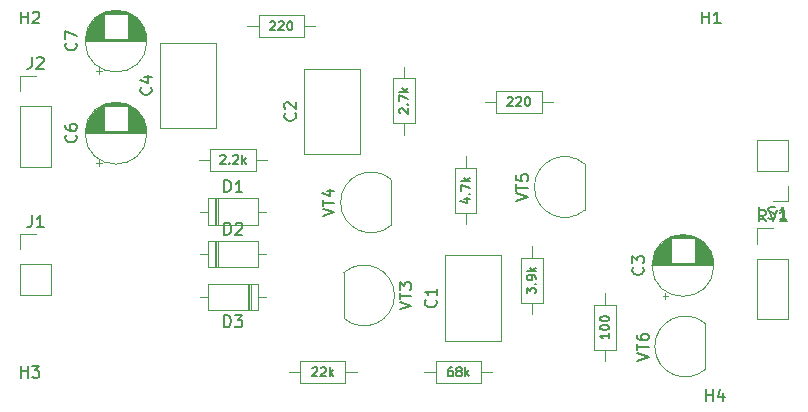
<source format=gbr>
G04 #@! TF.GenerationSoftware,KiCad,Pcbnew,(5.0.0)*
G04 #@! TF.CreationDate,2019-11-29T15:53:21+00:00*
G04 #@! TF.ProjectId,Sound Board,536F756E6420426F6172642E6B696361,rev?*
G04 #@! TF.SameCoordinates,Original*
G04 #@! TF.FileFunction,Legend,Top*
G04 #@! TF.FilePolarity,Positive*
%FSLAX46Y46*%
G04 Gerber Fmt 4.6, Leading zero omitted, Abs format (unit mm)*
G04 Created by KiCad (PCBNEW (5.0.0)) date 11/29/19 15:53:21*
%MOMM*%
%LPD*%
G01*
G04 APERTURE LIST*
%ADD10C,0.120000*%
%ADD11C,0.150000*%
%ADD12C,0.127000*%
G04 APERTURE END LIST*
D10*
G04 #@! TO.C,D1*
X118790000Y-100280000D02*
X118790000Y-102520000D01*
X119030000Y-100280000D02*
X119030000Y-102520000D01*
X118910000Y-100280000D02*
X118910000Y-102520000D01*
X123080000Y-101400000D02*
X122430000Y-101400000D01*
X117540000Y-101400000D02*
X118190000Y-101400000D01*
X122430000Y-100280000D02*
X118190000Y-100280000D01*
X122430000Y-102520000D02*
X122430000Y-100280000D01*
X118190000Y-102520000D02*
X122430000Y-102520000D01*
X118190000Y-100280000D02*
X118190000Y-102520000D01*
G04 #@! TO.C,D2*
X118190000Y-103880000D02*
X118190000Y-106120000D01*
X118190000Y-106120000D02*
X122430000Y-106120000D01*
X122430000Y-106120000D02*
X122430000Y-103880000D01*
X122430000Y-103880000D02*
X118190000Y-103880000D01*
X117540000Y-105000000D02*
X118190000Y-105000000D01*
X123080000Y-105000000D02*
X122430000Y-105000000D01*
X118910000Y-103880000D02*
X118910000Y-106120000D01*
X119030000Y-103880000D02*
X119030000Y-106120000D01*
X118790000Y-103880000D02*
X118790000Y-106120000D01*
G04 #@! TO.C,D3*
X121810000Y-109720000D02*
X121810000Y-107480000D01*
X121570000Y-109720000D02*
X121570000Y-107480000D01*
X121690000Y-109720000D02*
X121690000Y-107480000D01*
X117520000Y-108600000D02*
X118170000Y-108600000D01*
X123060000Y-108600000D02*
X122410000Y-108600000D01*
X118170000Y-109720000D02*
X122410000Y-109720000D01*
X118170000Y-107480000D02*
X118170000Y-109720000D01*
X122410000Y-107480000D02*
X118170000Y-107480000D01*
X122410000Y-109720000D02*
X122410000Y-107480000D01*
G04 #@! TO.C,J1*
X102270000Y-103270000D02*
X103600000Y-103270000D01*
X102270000Y-104600000D02*
X102270000Y-103270000D01*
X102270000Y-105870000D02*
X104930000Y-105870000D01*
X104930000Y-105870000D02*
X104930000Y-108470000D01*
X102270000Y-105870000D02*
X102270000Y-108470000D01*
X102270000Y-108470000D02*
X104930000Y-108470000D01*
G04 #@! TO.C,LS1*
X167330000Y-95330000D02*
X164670000Y-95330000D01*
X167330000Y-97930000D02*
X167330000Y-95330000D01*
X164670000Y-97930000D02*
X164670000Y-95330000D01*
X167330000Y-97930000D02*
X164670000Y-97930000D01*
X167330000Y-99200000D02*
X167330000Y-100530000D01*
X167330000Y-100530000D02*
X166000000Y-100530000D01*
G04 #@! TO.C,R10*
X118390000Y-96080000D02*
X118390000Y-97920000D01*
X118390000Y-97920000D02*
X122230000Y-97920000D01*
X122230000Y-97920000D02*
X122230000Y-96080000D01*
X122230000Y-96080000D02*
X118390000Y-96080000D01*
X117440000Y-97000000D02*
X118390000Y-97000000D01*
X123180000Y-97000000D02*
X122230000Y-97000000D01*
G04 #@! TO.C,R11*
X130780000Y-115000000D02*
X129830000Y-115000000D01*
X125040000Y-115000000D02*
X125990000Y-115000000D01*
X129830000Y-114080000D02*
X125990000Y-114080000D01*
X129830000Y-115920000D02*
X129830000Y-114080000D01*
X125990000Y-115920000D02*
X129830000Y-115920000D01*
X125990000Y-114080000D02*
X125990000Y-115920000D01*
G04 #@! TO.C,R12*
X140000000Y-96720000D02*
X140000000Y-97670000D01*
X140000000Y-102460000D02*
X140000000Y-101510000D01*
X139080000Y-97670000D02*
X139080000Y-101510000D01*
X140920000Y-97670000D02*
X139080000Y-97670000D01*
X140920000Y-101510000D02*
X140920000Y-97670000D01*
X139080000Y-101510000D02*
X140920000Y-101510000D01*
G04 #@! TO.C,R13*
X146520000Y-105290000D02*
X144680000Y-105290000D01*
X144680000Y-105290000D02*
X144680000Y-109130000D01*
X144680000Y-109130000D02*
X146520000Y-109130000D01*
X146520000Y-109130000D02*
X146520000Y-105290000D01*
X145600000Y-104340000D02*
X145600000Y-105290000D01*
X145600000Y-110080000D02*
X145600000Y-109130000D01*
G04 #@! TO.C,R14*
X136520000Y-115000000D02*
X137470000Y-115000000D01*
X142260000Y-115000000D02*
X141310000Y-115000000D01*
X137470000Y-115920000D02*
X141310000Y-115920000D01*
X137470000Y-114080000D02*
X137470000Y-115920000D01*
X141310000Y-114080000D02*
X137470000Y-114080000D01*
X141310000Y-115920000D02*
X141310000Y-114080000D01*
G04 #@! TO.C,R15*
X135720000Y-90090000D02*
X133880000Y-90090000D01*
X133880000Y-90090000D02*
X133880000Y-93930000D01*
X133880000Y-93930000D02*
X135720000Y-93930000D01*
X135720000Y-93930000D02*
X135720000Y-90090000D01*
X134800000Y-89140000D02*
X134800000Y-90090000D01*
X134800000Y-94880000D02*
X134800000Y-93930000D01*
G04 #@! TO.C,R16*
X142590000Y-91180000D02*
X142590000Y-93020000D01*
X142590000Y-93020000D02*
X146430000Y-93020000D01*
X146430000Y-93020000D02*
X146430000Y-91180000D01*
X146430000Y-91180000D02*
X142590000Y-91180000D01*
X141640000Y-92100000D02*
X142590000Y-92100000D01*
X147380000Y-92100000D02*
X146430000Y-92100000D01*
G04 #@! TO.C,R17*
X121520000Y-85700000D02*
X122470000Y-85700000D01*
X127260000Y-85700000D02*
X126310000Y-85700000D01*
X122470000Y-86620000D02*
X126310000Y-86620000D01*
X122470000Y-84780000D02*
X122470000Y-86620000D01*
X126310000Y-84780000D02*
X122470000Y-84780000D01*
X126310000Y-86620000D02*
X126310000Y-84780000D01*
G04 #@! TO.C,R18*
X151800000Y-108320000D02*
X151800000Y-109270000D01*
X151800000Y-114060000D02*
X151800000Y-113110000D01*
X150880000Y-109270000D02*
X150880000Y-113110000D01*
X152720000Y-109270000D02*
X150880000Y-109270000D01*
X152720000Y-113110000D02*
X152720000Y-109270000D01*
X150880000Y-113110000D02*
X152720000Y-113110000D01*
G04 #@! TO.C,VT3*
X129700000Y-106550000D02*
X129700000Y-110400000D01*
X129709878Y-110438611D02*
G75*
G03X129700000Y-106550000I1690122J1948611D01*
G01*
G04 #@! TO.C,VT4*
X133700000Y-102550000D02*
X133700000Y-98700000D01*
X133690122Y-98661389D02*
G75*
G03X133700000Y-102550000I-1690122J-1948611D01*
G01*
G04 #@! TO.C,VT5*
X150090122Y-97361389D02*
G75*
G03X150100000Y-101250000I-1690122J-1948611D01*
G01*
X150100000Y-101250000D02*
X150100000Y-97400000D01*
G04 #@! TO.C,VT6*
X160290122Y-110861389D02*
G75*
G03X160300000Y-114750000I-1690122J-1948611D01*
G01*
X160300000Y-114750000D02*
X160300000Y-110900000D01*
G04 #@! TO.C,C1*
X138230000Y-112320000D02*
X138230000Y-105080000D01*
X142970000Y-112320000D02*
X142970000Y-105080000D01*
X138230000Y-112320000D02*
X142970000Y-112320000D01*
X138230000Y-105080000D02*
X142970000Y-105080000D01*
G04 #@! TO.C,C2*
X126330000Y-89280000D02*
X131070000Y-89280000D01*
X126330000Y-96520000D02*
X131070000Y-96520000D01*
X131070000Y-96520000D02*
X131070000Y-89280000D01*
X126330000Y-96520000D02*
X126330000Y-89280000D01*
G04 #@! TO.C,C3*
X161020000Y-105950000D02*
G75*
G03X161020000Y-105950000I-2620000J0D01*
G01*
X155820000Y-105950000D02*
X160980000Y-105950000D01*
X155820000Y-105910000D02*
X160980000Y-105910000D01*
X155821000Y-105870000D02*
X160979000Y-105870000D01*
X155822000Y-105830000D02*
X160978000Y-105830000D01*
X155824000Y-105790000D02*
X160976000Y-105790000D01*
X155827000Y-105750000D02*
X160973000Y-105750000D01*
X155831000Y-105710000D02*
X157360000Y-105710000D01*
X159440000Y-105710000D02*
X160969000Y-105710000D01*
X155835000Y-105670000D02*
X157360000Y-105670000D01*
X159440000Y-105670000D02*
X160965000Y-105670000D01*
X155839000Y-105630000D02*
X157360000Y-105630000D01*
X159440000Y-105630000D02*
X160961000Y-105630000D01*
X155844000Y-105590000D02*
X157360000Y-105590000D01*
X159440000Y-105590000D02*
X160956000Y-105590000D01*
X155850000Y-105550000D02*
X157360000Y-105550000D01*
X159440000Y-105550000D02*
X160950000Y-105550000D01*
X155857000Y-105510000D02*
X157360000Y-105510000D01*
X159440000Y-105510000D02*
X160943000Y-105510000D01*
X155864000Y-105470000D02*
X157360000Y-105470000D01*
X159440000Y-105470000D02*
X160936000Y-105470000D01*
X155872000Y-105430000D02*
X157360000Y-105430000D01*
X159440000Y-105430000D02*
X160928000Y-105430000D01*
X155880000Y-105390000D02*
X157360000Y-105390000D01*
X159440000Y-105390000D02*
X160920000Y-105390000D01*
X155889000Y-105350000D02*
X157360000Y-105350000D01*
X159440000Y-105350000D02*
X160911000Y-105350000D01*
X155899000Y-105310000D02*
X157360000Y-105310000D01*
X159440000Y-105310000D02*
X160901000Y-105310000D01*
X155909000Y-105270000D02*
X157360000Y-105270000D01*
X159440000Y-105270000D02*
X160891000Y-105270000D01*
X155920000Y-105229000D02*
X157360000Y-105229000D01*
X159440000Y-105229000D02*
X160880000Y-105229000D01*
X155932000Y-105189000D02*
X157360000Y-105189000D01*
X159440000Y-105189000D02*
X160868000Y-105189000D01*
X155945000Y-105149000D02*
X157360000Y-105149000D01*
X159440000Y-105149000D02*
X160855000Y-105149000D01*
X155958000Y-105109000D02*
X157360000Y-105109000D01*
X159440000Y-105109000D02*
X160842000Y-105109000D01*
X155972000Y-105069000D02*
X157360000Y-105069000D01*
X159440000Y-105069000D02*
X160828000Y-105069000D01*
X155986000Y-105029000D02*
X157360000Y-105029000D01*
X159440000Y-105029000D02*
X160814000Y-105029000D01*
X156002000Y-104989000D02*
X157360000Y-104989000D01*
X159440000Y-104989000D02*
X160798000Y-104989000D01*
X156018000Y-104949000D02*
X157360000Y-104949000D01*
X159440000Y-104949000D02*
X160782000Y-104949000D01*
X156035000Y-104909000D02*
X157360000Y-104909000D01*
X159440000Y-104909000D02*
X160765000Y-104909000D01*
X156052000Y-104869000D02*
X157360000Y-104869000D01*
X159440000Y-104869000D02*
X160748000Y-104869000D01*
X156071000Y-104829000D02*
X157360000Y-104829000D01*
X159440000Y-104829000D02*
X160729000Y-104829000D01*
X156090000Y-104789000D02*
X157360000Y-104789000D01*
X159440000Y-104789000D02*
X160710000Y-104789000D01*
X156110000Y-104749000D02*
X157360000Y-104749000D01*
X159440000Y-104749000D02*
X160690000Y-104749000D01*
X156132000Y-104709000D02*
X157360000Y-104709000D01*
X159440000Y-104709000D02*
X160668000Y-104709000D01*
X156153000Y-104669000D02*
X157360000Y-104669000D01*
X159440000Y-104669000D02*
X160647000Y-104669000D01*
X156176000Y-104629000D02*
X157360000Y-104629000D01*
X159440000Y-104629000D02*
X160624000Y-104629000D01*
X156200000Y-104589000D02*
X157360000Y-104589000D01*
X159440000Y-104589000D02*
X160600000Y-104589000D01*
X156225000Y-104549000D02*
X157360000Y-104549000D01*
X159440000Y-104549000D02*
X160575000Y-104549000D01*
X156251000Y-104509000D02*
X157360000Y-104509000D01*
X159440000Y-104509000D02*
X160549000Y-104509000D01*
X156278000Y-104469000D02*
X157360000Y-104469000D01*
X159440000Y-104469000D02*
X160522000Y-104469000D01*
X156305000Y-104429000D02*
X157360000Y-104429000D01*
X159440000Y-104429000D02*
X160495000Y-104429000D01*
X156335000Y-104389000D02*
X157360000Y-104389000D01*
X159440000Y-104389000D02*
X160465000Y-104389000D01*
X156365000Y-104349000D02*
X157360000Y-104349000D01*
X159440000Y-104349000D02*
X160435000Y-104349000D01*
X156396000Y-104309000D02*
X157360000Y-104309000D01*
X159440000Y-104309000D02*
X160404000Y-104309000D01*
X156429000Y-104269000D02*
X157360000Y-104269000D01*
X159440000Y-104269000D02*
X160371000Y-104269000D01*
X156463000Y-104229000D02*
X157360000Y-104229000D01*
X159440000Y-104229000D02*
X160337000Y-104229000D01*
X156499000Y-104189000D02*
X157360000Y-104189000D01*
X159440000Y-104189000D02*
X160301000Y-104189000D01*
X156536000Y-104149000D02*
X157360000Y-104149000D01*
X159440000Y-104149000D02*
X160264000Y-104149000D01*
X156574000Y-104109000D02*
X157360000Y-104109000D01*
X159440000Y-104109000D02*
X160226000Y-104109000D01*
X156615000Y-104069000D02*
X157360000Y-104069000D01*
X159440000Y-104069000D02*
X160185000Y-104069000D01*
X156657000Y-104029000D02*
X157360000Y-104029000D01*
X159440000Y-104029000D02*
X160143000Y-104029000D01*
X156701000Y-103989000D02*
X157360000Y-103989000D01*
X159440000Y-103989000D02*
X160099000Y-103989000D01*
X156747000Y-103949000D02*
X157360000Y-103949000D01*
X159440000Y-103949000D02*
X160053000Y-103949000D01*
X156795000Y-103909000D02*
X157360000Y-103909000D01*
X159440000Y-103909000D02*
X160005000Y-103909000D01*
X156846000Y-103869000D02*
X157360000Y-103869000D01*
X159440000Y-103869000D02*
X159954000Y-103869000D01*
X156900000Y-103829000D02*
X157360000Y-103829000D01*
X159440000Y-103829000D02*
X159900000Y-103829000D01*
X156957000Y-103789000D02*
X157360000Y-103789000D01*
X159440000Y-103789000D02*
X159843000Y-103789000D01*
X157017000Y-103749000D02*
X157360000Y-103749000D01*
X159440000Y-103749000D02*
X159783000Y-103749000D01*
X157081000Y-103709000D02*
X157360000Y-103709000D01*
X159440000Y-103709000D02*
X159719000Y-103709000D01*
X157149000Y-103669000D02*
X157360000Y-103669000D01*
X159440000Y-103669000D02*
X159651000Y-103669000D01*
X157222000Y-103629000D02*
X159578000Y-103629000D01*
X157302000Y-103589000D02*
X159498000Y-103589000D01*
X157389000Y-103549000D02*
X159411000Y-103549000D01*
X157485000Y-103509000D02*
X159315000Y-103509000D01*
X157595000Y-103469000D02*
X159205000Y-103469000D01*
X157723000Y-103429000D02*
X159077000Y-103429000D01*
X157882000Y-103389000D02*
X158918000Y-103389000D01*
X158116000Y-103349000D02*
X158684000Y-103349000D01*
X156925000Y-108754775D02*
X156925000Y-108254775D01*
X156675000Y-108504775D02*
X157175000Y-108504775D01*
G04 #@! TO.C,C4*
X114130000Y-94320000D02*
X114130000Y-87080000D01*
X118870000Y-94320000D02*
X118870000Y-87080000D01*
X114130000Y-94320000D02*
X118870000Y-94320000D01*
X114130000Y-87080000D02*
X118870000Y-87080000D01*
G04 #@! TO.C,J2*
X102270000Y-89870000D02*
X103600000Y-89870000D01*
X102270000Y-91200000D02*
X102270000Y-89870000D01*
X102270000Y-92470000D02*
X104930000Y-92470000D01*
X104930000Y-92470000D02*
X104930000Y-97610000D01*
X102270000Y-92470000D02*
X102270000Y-97610000D01*
X102270000Y-97610000D02*
X104930000Y-97610000D01*
G04 #@! TO.C,RV1*
X164670000Y-110510000D02*
X167330000Y-110510000D01*
X164670000Y-105370000D02*
X164670000Y-110510000D01*
X167330000Y-105370000D02*
X167330000Y-110510000D01*
X164670000Y-105370000D02*
X167330000Y-105370000D01*
X164670000Y-104100000D02*
X164670000Y-102770000D01*
X164670000Y-102770000D02*
X166000000Y-102770000D01*
G04 #@! TO.C,C6*
X108675000Y-97304775D02*
X109175000Y-97304775D01*
X108925000Y-97554775D02*
X108925000Y-97054775D01*
X110116000Y-92149000D02*
X110684000Y-92149000D01*
X109882000Y-92189000D02*
X110918000Y-92189000D01*
X109723000Y-92229000D02*
X111077000Y-92229000D01*
X109595000Y-92269000D02*
X111205000Y-92269000D01*
X109485000Y-92309000D02*
X111315000Y-92309000D01*
X109389000Y-92349000D02*
X111411000Y-92349000D01*
X109302000Y-92389000D02*
X111498000Y-92389000D01*
X109222000Y-92429000D02*
X111578000Y-92429000D01*
X111440000Y-92469000D02*
X111651000Y-92469000D01*
X109149000Y-92469000D02*
X109360000Y-92469000D01*
X111440000Y-92509000D02*
X111719000Y-92509000D01*
X109081000Y-92509000D02*
X109360000Y-92509000D01*
X111440000Y-92549000D02*
X111783000Y-92549000D01*
X109017000Y-92549000D02*
X109360000Y-92549000D01*
X111440000Y-92589000D02*
X111843000Y-92589000D01*
X108957000Y-92589000D02*
X109360000Y-92589000D01*
X111440000Y-92629000D02*
X111900000Y-92629000D01*
X108900000Y-92629000D02*
X109360000Y-92629000D01*
X111440000Y-92669000D02*
X111954000Y-92669000D01*
X108846000Y-92669000D02*
X109360000Y-92669000D01*
X111440000Y-92709000D02*
X112005000Y-92709000D01*
X108795000Y-92709000D02*
X109360000Y-92709000D01*
X111440000Y-92749000D02*
X112053000Y-92749000D01*
X108747000Y-92749000D02*
X109360000Y-92749000D01*
X111440000Y-92789000D02*
X112099000Y-92789000D01*
X108701000Y-92789000D02*
X109360000Y-92789000D01*
X111440000Y-92829000D02*
X112143000Y-92829000D01*
X108657000Y-92829000D02*
X109360000Y-92829000D01*
X111440000Y-92869000D02*
X112185000Y-92869000D01*
X108615000Y-92869000D02*
X109360000Y-92869000D01*
X111440000Y-92909000D02*
X112226000Y-92909000D01*
X108574000Y-92909000D02*
X109360000Y-92909000D01*
X111440000Y-92949000D02*
X112264000Y-92949000D01*
X108536000Y-92949000D02*
X109360000Y-92949000D01*
X111440000Y-92989000D02*
X112301000Y-92989000D01*
X108499000Y-92989000D02*
X109360000Y-92989000D01*
X111440000Y-93029000D02*
X112337000Y-93029000D01*
X108463000Y-93029000D02*
X109360000Y-93029000D01*
X111440000Y-93069000D02*
X112371000Y-93069000D01*
X108429000Y-93069000D02*
X109360000Y-93069000D01*
X111440000Y-93109000D02*
X112404000Y-93109000D01*
X108396000Y-93109000D02*
X109360000Y-93109000D01*
X111440000Y-93149000D02*
X112435000Y-93149000D01*
X108365000Y-93149000D02*
X109360000Y-93149000D01*
X111440000Y-93189000D02*
X112465000Y-93189000D01*
X108335000Y-93189000D02*
X109360000Y-93189000D01*
X111440000Y-93229000D02*
X112495000Y-93229000D01*
X108305000Y-93229000D02*
X109360000Y-93229000D01*
X111440000Y-93269000D02*
X112522000Y-93269000D01*
X108278000Y-93269000D02*
X109360000Y-93269000D01*
X111440000Y-93309000D02*
X112549000Y-93309000D01*
X108251000Y-93309000D02*
X109360000Y-93309000D01*
X111440000Y-93349000D02*
X112575000Y-93349000D01*
X108225000Y-93349000D02*
X109360000Y-93349000D01*
X111440000Y-93389000D02*
X112600000Y-93389000D01*
X108200000Y-93389000D02*
X109360000Y-93389000D01*
X111440000Y-93429000D02*
X112624000Y-93429000D01*
X108176000Y-93429000D02*
X109360000Y-93429000D01*
X111440000Y-93469000D02*
X112647000Y-93469000D01*
X108153000Y-93469000D02*
X109360000Y-93469000D01*
X111440000Y-93509000D02*
X112668000Y-93509000D01*
X108132000Y-93509000D02*
X109360000Y-93509000D01*
X111440000Y-93549000D02*
X112690000Y-93549000D01*
X108110000Y-93549000D02*
X109360000Y-93549000D01*
X111440000Y-93589000D02*
X112710000Y-93589000D01*
X108090000Y-93589000D02*
X109360000Y-93589000D01*
X111440000Y-93629000D02*
X112729000Y-93629000D01*
X108071000Y-93629000D02*
X109360000Y-93629000D01*
X111440000Y-93669000D02*
X112748000Y-93669000D01*
X108052000Y-93669000D02*
X109360000Y-93669000D01*
X111440000Y-93709000D02*
X112765000Y-93709000D01*
X108035000Y-93709000D02*
X109360000Y-93709000D01*
X111440000Y-93749000D02*
X112782000Y-93749000D01*
X108018000Y-93749000D02*
X109360000Y-93749000D01*
X111440000Y-93789000D02*
X112798000Y-93789000D01*
X108002000Y-93789000D02*
X109360000Y-93789000D01*
X111440000Y-93829000D02*
X112814000Y-93829000D01*
X107986000Y-93829000D02*
X109360000Y-93829000D01*
X111440000Y-93869000D02*
X112828000Y-93869000D01*
X107972000Y-93869000D02*
X109360000Y-93869000D01*
X111440000Y-93909000D02*
X112842000Y-93909000D01*
X107958000Y-93909000D02*
X109360000Y-93909000D01*
X111440000Y-93949000D02*
X112855000Y-93949000D01*
X107945000Y-93949000D02*
X109360000Y-93949000D01*
X111440000Y-93989000D02*
X112868000Y-93989000D01*
X107932000Y-93989000D02*
X109360000Y-93989000D01*
X111440000Y-94029000D02*
X112880000Y-94029000D01*
X107920000Y-94029000D02*
X109360000Y-94029000D01*
X111440000Y-94070000D02*
X112891000Y-94070000D01*
X107909000Y-94070000D02*
X109360000Y-94070000D01*
X111440000Y-94110000D02*
X112901000Y-94110000D01*
X107899000Y-94110000D02*
X109360000Y-94110000D01*
X111440000Y-94150000D02*
X112911000Y-94150000D01*
X107889000Y-94150000D02*
X109360000Y-94150000D01*
X111440000Y-94190000D02*
X112920000Y-94190000D01*
X107880000Y-94190000D02*
X109360000Y-94190000D01*
X111440000Y-94230000D02*
X112928000Y-94230000D01*
X107872000Y-94230000D02*
X109360000Y-94230000D01*
X111440000Y-94270000D02*
X112936000Y-94270000D01*
X107864000Y-94270000D02*
X109360000Y-94270000D01*
X111440000Y-94310000D02*
X112943000Y-94310000D01*
X107857000Y-94310000D02*
X109360000Y-94310000D01*
X111440000Y-94350000D02*
X112950000Y-94350000D01*
X107850000Y-94350000D02*
X109360000Y-94350000D01*
X111440000Y-94390000D02*
X112956000Y-94390000D01*
X107844000Y-94390000D02*
X109360000Y-94390000D01*
X111440000Y-94430000D02*
X112961000Y-94430000D01*
X107839000Y-94430000D02*
X109360000Y-94430000D01*
X111440000Y-94470000D02*
X112965000Y-94470000D01*
X107835000Y-94470000D02*
X109360000Y-94470000D01*
X111440000Y-94510000D02*
X112969000Y-94510000D01*
X107831000Y-94510000D02*
X109360000Y-94510000D01*
X107827000Y-94550000D02*
X112973000Y-94550000D01*
X107824000Y-94590000D02*
X112976000Y-94590000D01*
X107822000Y-94630000D02*
X112978000Y-94630000D01*
X107821000Y-94670000D02*
X112979000Y-94670000D01*
X107820000Y-94710000D02*
X112980000Y-94710000D01*
X107820000Y-94750000D02*
X112980000Y-94750000D01*
X113020000Y-94750000D02*
G75*
G03X113020000Y-94750000I-2620000J0D01*
G01*
G04 #@! TO.C,C7*
X113020000Y-86950000D02*
G75*
G03X113020000Y-86950000I-2620000J0D01*
G01*
X107820000Y-86950000D02*
X112980000Y-86950000D01*
X107820000Y-86910000D02*
X112980000Y-86910000D01*
X107821000Y-86870000D02*
X112979000Y-86870000D01*
X107822000Y-86830000D02*
X112978000Y-86830000D01*
X107824000Y-86790000D02*
X112976000Y-86790000D01*
X107827000Y-86750000D02*
X112973000Y-86750000D01*
X107831000Y-86710000D02*
X109360000Y-86710000D01*
X111440000Y-86710000D02*
X112969000Y-86710000D01*
X107835000Y-86670000D02*
X109360000Y-86670000D01*
X111440000Y-86670000D02*
X112965000Y-86670000D01*
X107839000Y-86630000D02*
X109360000Y-86630000D01*
X111440000Y-86630000D02*
X112961000Y-86630000D01*
X107844000Y-86590000D02*
X109360000Y-86590000D01*
X111440000Y-86590000D02*
X112956000Y-86590000D01*
X107850000Y-86550000D02*
X109360000Y-86550000D01*
X111440000Y-86550000D02*
X112950000Y-86550000D01*
X107857000Y-86510000D02*
X109360000Y-86510000D01*
X111440000Y-86510000D02*
X112943000Y-86510000D01*
X107864000Y-86470000D02*
X109360000Y-86470000D01*
X111440000Y-86470000D02*
X112936000Y-86470000D01*
X107872000Y-86430000D02*
X109360000Y-86430000D01*
X111440000Y-86430000D02*
X112928000Y-86430000D01*
X107880000Y-86390000D02*
X109360000Y-86390000D01*
X111440000Y-86390000D02*
X112920000Y-86390000D01*
X107889000Y-86350000D02*
X109360000Y-86350000D01*
X111440000Y-86350000D02*
X112911000Y-86350000D01*
X107899000Y-86310000D02*
X109360000Y-86310000D01*
X111440000Y-86310000D02*
X112901000Y-86310000D01*
X107909000Y-86270000D02*
X109360000Y-86270000D01*
X111440000Y-86270000D02*
X112891000Y-86270000D01*
X107920000Y-86229000D02*
X109360000Y-86229000D01*
X111440000Y-86229000D02*
X112880000Y-86229000D01*
X107932000Y-86189000D02*
X109360000Y-86189000D01*
X111440000Y-86189000D02*
X112868000Y-86189000D01*
X107945000Y-86149000D02*
X109360000Y-86149000D01*
X111440000Y-86149000D02*
X112855000Y-86149000D01*
X107958000Y-86109000D02*
X109360000Y-86109000D01*
X111440000Y-86109000D02*
X112842000Y-86109000D01*
X107972000Y-86069000D02*
X109360000Y-86069000D01*
X111440000Y-86069000D02*
X112828000Y-86069000D01*
X107986000Y-86029000D02*
X109360000Y-86029000D01*
X111440000Y-86029000D02*
X112814000Y-86029000D01*
X108002000Y-85989000D02*
X109360000Y-85989000D01*
X111440000Y-85989000D02*
X112798000Y-85989000D01*
X108018000Y-85949000D02*
X109360000Y-85949000D01*
X111440000Y-85949000D02*
X112782000Y-85949000D01*
X108035000Y-85909000D02*
X109360000Y-85909000D01*
X111440000Y-85909000D02*
X112765000Y-85909000D01*
X108052000Y-85869000D02*
X109360000Y-85869000D01*
X111440000Y-85869000D02*
X112748000Y-85869000D01*
X108071000Y-85829000D02*
X109360000Y-85829000D01*
X111440000Y-85829000D02*
X112729000Y-85829000D01*
X108090000Y-85789000D02*
X109360000Y-85789000D01*
X111440000Y-85789000D02*
X112710000Y-85789000D01*
X108110000Y-85749000D02*
X109360000Y-85749000D01*
X111440000Y-85749000D02*
X112690000Y-85749000D01*
X108132000Y-85709000D02*
X109360000Y-85709000D01*
X111440000Y-85709000D02*
X112668000Y-85709000D01*
X108153000Y-85669000D02*
X109360000Y-85669000D01*
X111440000Y-85669000D02*
X112647000Y-85669000D01*
X108176000Y-85629000D02*
X109360000Y-85629000D01*
X111440000Y-85629000D02*
X112624000Y-85629000D01*
X108200000Y-85589000D02*
X109360000Y-85589000D01*
X111440000Y-85589000D02*
X112600000Y-85589000D01*
X108225000Y-85549000D02*
X109360000Y-85549000D01*
X111440000Y-85549000D02*
X112575000Y-85549000D01*
X108251000Y-85509000D02*
X109360000Y-85509000D01*
X111440000Y-85509000D02*
X112549000Y-85509000D01*
X108278000Y-85469000D02*
X109360000Y-85469000D01*
X111440000Y-85469000D02*
X112522000Y-85469000D01*
X108305000Y-85429000D02*
X109360000Y-85429000D01*
X111440000Y-85429000D02*
X112495000Y-85429000D01*
X108335000Y-85389000D02*
X109360000Y-85389000D01*
X111440000Y-85389000D02*
X112465000Y-85389000D01*
X108365000Y-85349000D02*
X109360000Y-85349000D01*
X111440000Y-85349000D02*
X112435000Y-85349000D01*
X108396000Y-85309000D02*
X109360000Y-85309000D01*
X111440000Y-85309000D02*
X112404000Y-85309000D01*
X108429000Y-85269000D02*
X109360000Y-85269000D01*
X111440000Y-85269000D02*
X112371000Y-85269000D01*
X108463000Y-85229000D02*
X109360000Y-85229000D01*
X111440000Y-85229000D02*
X112337000Y-85229000D01*
X108499000Y-85189000D02*
X109360000Y-85189000D01*
X111440000Y-85189000D02*
X112301000Y-85189000D01*
X108536000Y-85149000D02*
X109360000Y-85149000D01*
X111440000Y-85149000D02*
X112264000Y-85149000D01*
X108574000Y-85109000D02*
X109360000Y-85109000D01*
X111440000Y-85109000D02*
X112226000Y-85109000D01*
X108615000Y-85069000D02*
X109360000Y-85069000D01*
X111440000Y-85069000D02*
X112185000Y-85069000D01*
X108657000Y-85029000D02*
X109360000Y-85029000D01*
X111440000Y-85029000D02*
X112143000Y-85029000D01*
X108701000Y-84989000D02*
X109360000Y-84989000D01*
X111440000Y-84989000D02*
X112099000Y-84989000D01*
X108747000Y-84949000D02*
X109360000Y-84949000D01*
X111440000Y-84949000D02*
X112053000Y-84949000D01*
X108795000Y-84909000D02*
X109360000Y-84909000D01*
X111440000Y-84909000D02*
X112005000Y-84909000D01*
X108846000Y-84869000D02*
X109360000Y-84869000D01*
X111440000Y-84869000D02*
X111954000Y-84869000D01*
X108900000Y-84829000D02*
X109360000Y-84829000D01*
X111440000Y-84829000D02*
X111900000Y-84829000D01*
X108957000Y-84789000D02*
X109360000Y-84789000D01*
X111440000Y-84789000D02*
X111843000Y-84789000D01*
X109017000Y-84749000D02*
X109360000Y-84749000D01*
X111440000Y-84749000D02*
X111783000Y-84749000D01*
X109081000Y-84709000D02*
X109360000Y-84709000D01*
X111440000Y-84709000D02*
X111719000Y-84709000D01*
X109149000Y-84669000D02*
X109360000Y-84669000D01*
X111440000Y-84669000D02*
X111651000Y-84669000D01*
X109222000Y-84629000D02*
X111578000Y-84629000D01*
X109302000Y-84589000D02*
X111498000Y-84589000D01*
X109389000Y-84549000D02*
X111411000Y-84549000D01*
X109485000Y-84509000D02*
X111315000Y-84509000D01*
X109595000Y-84469000D02*
X111205000Y-84469000D01*
X109723000Y-84429000D02*
X111077000Y-84429000D01*
X109882000Y-84389000D02*
X110918000Y-84389000D01*
X110116000Y-84349000D02*
X110684000Y-84349000D01*
X108925000Y-89754775D02*
X108925000Y-89254775D01*
X108675000Y-89504775D02*
X109175000Y-89504775D01*
G04 #@! TO.C,H1*
D11*
X160038095Y-85452380D02*
X160038095Y-84452380D01*
X160038095Y-84928571D02*
X160609523Y-84928571D01*
X160609523Y-85452380D02*
X160609523Y-84452380D01*
X161609523Y-85452380D02*
X161038095Y-85452380D01*
X161323809Y-85452380D02*
X161323809Y-84452380D01*
X161228571Y-84595238D01*
X161133333Y-84690476D01*
X161038095Y-84738095D01*
G04 #@! TO.C,H2*
X102338095Y-85452380D02*
X102338095Y-84452380D01*
X102338095Y-84928571D02*
X102909523Y-84928571D01*
X102909523Y-85452380D02*
X102909523Y-84452380D01*
X103338095Y-84547619D02*
X103385714Y-84500000D01*
X103480952Y-84452380D01*
X103719047Y-84452380D01*
X103814285Y-84500000D01*
X103861904Y-84547619D01*
X103909523Y-84642857D01*
X103909523Y-84738095D01*
X103861904Y-84880952D01*
X103290476Y-85452380D01*
X103909523Y-85452380D01*
G04 #@! TO.C,H3*
X102338095Y-115452380D02*
X102338095Y-114452380D01*
X102338095Y-114928571D02*
X102909523Y-114928571D01*
X102909523Y-115452380D02*
X102909523Y-114452380D01*
X103290476Y-114452380D02*
X103909523Y-114452380D01*
X103576190Y-114833333D01*
X103719047Y-114833333D01*
X103814285Y-114880952D01*
X103861904Y-114928571D01*
X103909523Y-115023809D01*
X103909523Y-115261904D01*
X103861904Y-115357142D01*
X103814285Y-115404761D01*
X103719047Y-115452380D01*
X103433333Y-115452380D01*
X103338095Y-115404761D01*
X103290476Y-115357142D01*
G04 #@! TO.C,H4*
X160338095Y-117452380D02*
X160338095Y-116452380D01*
X160338095Y-116928571D02*
X160909523Y-116928571D01*
X160909523Y-117452380D02*
X160909523Y-116452380D01*
X161814285Y-116785714D02*
X161814285Y-117452380D01*
X161576190Y-116404761D02*
X161338095Y-117119047D01*
X161957142Y-117119047D01*
G04 #@! TO.C,D1*
X119571904Y-99732380D02*
X119571904Y-98732380D01*
X119810000Y-98732380D01*
X119952857Y-98780000D01*
X120048095Y-98875238D01*
X120095714Y-98970476D01*
X120143333Y-99160952D01*
X120143333Y-99303809D01*
X120095714Y-99494285D01*
X120048095Y-99589523D01*
X119952857Y-99684761D01*
X119810000Y-99732380D01*
X119571904Y-99732380D01*
X121095714Y-99732380D02*
X120524285Y-99732380D01*
X120810000Y-99732380D02*
X120810000Y-98732380D01*
X120714761Y-98875238D01*
X120619523Y-98970476D01*
X120524285Y-99018095D01*
G04 #@! TO.C,D2*
X119571904Y-103332380D02*
X119571904Y-102332380D01*
X119810000Y-102332380D01*
X119952857Y-102380000D01*
X120048095Y-102475238D01*
X120095714Y-102570476D01*
X120143333Y-102760952D01*
X120143333Y-102903809D01*
X120095714Y-103094285D01*
X120048095Y-103189523D01*
X119952857Y-103284761D01*
X119810000Y-103332380D01*
X119571904Y-103332380D01*
X120524285Y-102427619D02*
X120571904Y-102380000D01*
X120667142Y-102332380D01*
X120905238Y-102332380D01*
X121000476Y-102380000D01*
X121048095Y-102427619D01*
X121095714Y-102522857D01*
X121095714Y-102618095D01*
X121048095Y-102760952D01*
X120476666Y-103332380D01*
X121095714Y-103332380D01*
G04 #@! TO.C,D3*
X119551904Y-111172380D02*
X119551904Y-110172380D01*
X119790000Y-110172380D01*
X119932857Y-110220000D01*
X120028095Y-110315238D01*
X120075714Y-110410476D01*
X120123333Y-110600952D01*
X120123333Y-110743809D01*
X120075714Y-110934285D01*
X120028095Y-111029523D01*
X119932857Y-111124761D01*
X119790000Y-111172380D01*
X119551904Y-111172380D01*
X120456666Y-110172380D02*
X121075714Y-110172380D01*
X120742380Y-110553333D01*
X120885238Y-110553333D01*
X120980476Y-110600952D01*
X121028095Y-110648571D01*
X121075714Y-110743809D01*
X121075714Y-110981904D01*
X121028095Y-111077142D01*
X120980476Y-111124761D01*
X120885238Y-111172380D01*
X120599523Y-111172380D01*
X120504285Y-111124761D01*
X120456666Y-111077142D01*
G04 #@! TO.C,J1*
X103266666Y-101722380D02*
X103266666Y-102436666D01*
X103219047Y-102579523D01*
X103123809Y-102674761D01*
X102980952Y-102722380D01*
X102885714Y-102722380D01*
X104266666Y-102722380D02*
X103695238Y-102722380D01*
X103980952Y-102722380D02*
X103980952Y-101722380D01*
X103885714Y-101865238D01*
X103790476Y-101960476D01*
X103695238Y-102008095D01*
G04 #@! TO.C,LS1*
X165357142Y-101982380D02*
X164880952Y-101982380D01*
X164880952Y-100982380D01*
X165642857Y-101934761D02*
X165785714Y-101982380D01*
X166023809Y-101982380D01*
X166119047Y-101934761D01*
X166166666Y-101887142D01*
X166214285Y-101791904D01*
X166214285Y-101696666D01*
X166166666Y-101601428D01*
X166119047Y-101553809D01*
X166023809Y-101506190D01*
X165833333Y-101458571D01*
X165738095Y-101410952D01*
X165690476Y-101363333D01*
X165642857Y-101268095D01*
X165642857Y-101172857D01*
X165690476Y-101077619D01*
X165738095Y-101030000D01*
X165833333Y-100982380D01*
X166071428Y-100982380D01*
X166214285Y-101030000D01*
X167166666Y-101982380D02*
X166595238Y-101982380D01*
X166880952Y-101982380D02*
X166880952Y-100982380D01*
X166785714Y-101125238D01*
X166690476Y-101220476D01*
X166595238Y-101268095D01*
G04 #@! TO.C,R10*
D12*
X119239571Y-96655285D02*
X119275857Y-96619000D01*
X119348428Y-96582714D01*
X119529857Y-96582714D01*
X119602428Y-96619000D01*
X119638714Y-96655285D01*
X119675000Y-96727857D01*
X119675000Y-96800428D01*
X119638714Y-96909285D01*
X119203285Y-97344714D01*
X119675000Y-97344714D01*
X120001571Y-97272142D02*
X120037857Y-97308428D01*
X120001571Y-97344714D01*
X119965285Y-97308428D01*
X120001571Y-97272142D01*
X120001571Y-97344714D01*
X120328142Y-96655285D02*
X120364428Y-96619000D01*
X120437000Y-96582714D01*
X120618428Y-96582714D01*
X120691000Y-96619000D01*
X120727285Y-96655285D01*
X120763571Y-96727857D01*
X120763571Y-96800428D01*
X120727285Y-96909285D01*
X120291857Y-97344714D01*
X120763571Y-97344714D01*
X121090142Y-97344714D02*
X121090142Y-96582714D01*
X121162714Y-97054428D02*
X121380428Y-97344714D01*
X121380428Y-96836714D02*
X121090142Y-97127000D01*
G04 #@! TO.C,R11*
X127021000Y-114655285D02*
X127057285Y-114619000D01*
X127129857Y-114582714D01*
X127311285Y-114582714D01*
X127383857Y-114619000D01*
X127420142Y-114655285D01*
X127456428Y-114727857D01*
X127456428Y-114800428D01*
X127420142Y-114909285D01*
X126984714Y-115344714D01*
X127456428Y-115344714D01*
X127746714Y-114655285D02*
X127783000Y-114619000D01*
X127855571Y-114582714D01*
X128037000Y-114582714D01*
X128109571Y-114619000D01*
X128145857Y-114655285D01*
X128182142Y-114727857D01*
X128182142Y-114800428D01*
X128145857Y-114909285D01*
X127710428Y-115344714D01*
X128182142Y-115344714D01*
X128508714Y-115344714D02*
X128508714Y-114582714D01*
X128581285Y-115054428D02*
X128799000Y-115344714D01*
X128799000Y-114836714D02*
X128508714Y-115127000D01*
G04 #@! TO.C,R12*
X139836714Y-100297571D02*
X140344714Y-100297571D01*
X139546428Y-100479000D02*
X140090714Y-100660428D01*
X140090714Y-100188714D01*
X140272142Y-99898428D02*
X140308428Y-99862142D01*
X140344714Y-99898428D01*
X140308428Y-99934714D01*
X140272142Y-99898428D01*
X140344714Y-99898428D01*
X139582714Y-99608142D02*
X139582714Y-99100142D01*
X140344714Y-99426714D01*
X140344714Y-98809857D02*
X139582714Y-98809857D01*
X140054428Y-98737285D02*
X140344714Y-98519571D01*
X139836714Y-98519571D02*
X140127000Y-98809857D01*
G04 #@! TO.C,R13*
X145182714Y-108316714D02*
X145182714Y-107845000D01*
X145473000Y-108099000D01*
X145473000Y-107990142D01*
X145509285Y-107917571D01*
X145545571Y-107881285D01*
X145618142Y-107845000D01*
X145799571Y-107845000D01*
X145872142Y-107881285D01*
X145908428Y-107917571D01*
X145944714Y-107990142D01*
X145944714Y-108207857D01*
X145908428Y-108280428D01*
X145872142Y-108316714D01*
X145872142Y-107518428D02*
X145908428Y-107482142D01*
X145944714Y-107518428D01*
X145908428Y-107554714D01*
X145872142Y-107518428D01*
X145944714Y-107518428D01*
X145944714Y-107119285D02*
X145944714Y-106974142D01*
X145908428Y-106901571D01*
X145872142Y-106865285D01*
X145763285Y-106792714D01*
X145618142Y-106756428D01*
X145327857Y-106756428D01*
X145255285Y-106792714D01*
X145219000Y-106829000D01*
X145182714Y-106901571D01*
X145182714Y-107046714D01*
X145219000Y-107119285D01*
X145255285Y-107155571D01*
X145327857Y-107191857D01*
X145509285Y-107191857D01*
X145581857Y-107155571D01*
X145618142Y-107119285D01*
X145654428Y-107046714D01*
X145654428Y-106901571D01*
X145618142Y-106829000D01*
X145581857Y-106792714D01*
X145509285Y-106756428D01*
X145944714Y-106429857D02*
X145182714Y-106429857D01*
X145654428Y-106357285D02*
X145944714Y-106139571D01*
X145436714Y-106139571D02*
X145727000Y-106429857D01*
G04 #@! TO.C,R14*
X138863857Y-114582714D02*
X138718714Y-114582714D01*
X138646142Y-114619000D01*
X138609857Y-114655285D01*
X138537285Y-114764142D01*
X138501000Y-114909285D01*
X138501000Y-115199571D01*
X138537285Y-115272142D01*
X138573571Y-115308428D01*
X138646142Y-115344714D01*
X138791285Y-115344714D01*
X138863857Y-115308428D01*
X138900142Y-115272142D01*
X138936428Y-115199571D01*
X138936428Y-115018142D01*
X138900142Y-114945571D01*
X138863857Y-114909285D01*
X138791285Y-114873000D01*
X138646142Y-114873000D01*
X138573571Y-114909285D01*
X138537285Y-114945571D01*
X138501000Y-115018142D01*
X139371857Y-114909285D02*
X139299285Y-114873000D01*
X139263000Y-114836714D01*
X139226714Y-114764142D01*
X139226714Y-114727857D01*
X139263000Y-114655285D01*
X139299285Y-114619000D01*
X139371857Y-114582714D01*
X139517000Y-114582714D01*
X139589571Y-114619000D01*
X139625857Y-114655285D01*
X139662142Y-114727857D01*
X139662142Y-114764142D01*
X139625857Y-114836714D01*
X139589571Y-114873000D01*
X139517000Y-114909285D01*
X139371857Y-114909285D01*
X139299285Y-114945571D01*
X139263000Y-114981857D01*
X139226714Y-115054428D01*
X139226714Y-115199571D01*
X139263000Y-115272142D01*
X139299285Y-115308428D01*
X139371857Y-115344714D01*
X139517000Y-115344714D01*
X139589571Y-115308428D01*
X139625857Y-115272142D01*
X139662142Y-115199571D01*
X139662142Y-115054428D01*
X139625857Y-114981857D01*
X139589571Y-114945571D01*
X139517000Y-114909285D01*
X139988714Y-115344714D02*
X139988714Y-114582714D01*
X140061285Y-115054428D02*
X140279000Y-115344714D01*
X140279000Y-114836714D02*
X139988714Y-115127000D01*
G04 #@! TO.C,R15*
X134455285Y-93080428D02*
X134419000Y-93044142D01*
X134382714Y-92971571D01*
X134382714Y-92790142D01*
X134419000Y-92717571D01*
X134455285Y-92681285D01*
X134527857Y-92645000D01*
X134600428Y-92645000D01*
X134709285Y-92681285D01*
X135144714Y-93116714D01*
X135144714Y-92645000D01*
X135072142Y-92318428D02*
X135108428Y-92282142D01*
X135144714Y-92318428D01*
X135108428Y-92354714D01*
X135072142Y-92318428D01*
X135144714Y-92318428D01*
X134382714Y-92028142D02*
X134382714Y-91520142D01*
X135144714Y-91846714D01*
X135144714Y-91229857D02*
X134382714Y-91229857D01*
X134854428Y-91157285D02*
X135144714Y-90939571D01*
X134636714Y-90939571D02*
X134927000Y-91229857D01*
G04 #@! TO.C,R16*
X143566571Y-91755285D02*
X143602857Y-91719000D01*
X143675428Y-91682714D01*
X143856857Y-91682714D01*
X143929428Y-91719000D01*
X143965714Y-91755285D01*
X144002000Y-91827857D01*
X144002000Y-91900428D01*
X143965714Y-92009285D01*
X143530285Y-92444714D01*
X144002000Y-92444714D01*
X144292285Y-91755285D02*
X144328571Y-91719000D01*
X144401142Y-91682714D01*
X144582571Y-91682714D01*
X144655142Y-91719000D01*
X144691428Y-91755285D01*
X144727714Y-91827857D01*
X144727714Y-91900428D01*
X144691428Y-92009285D01*
X144256000Y-92444714D01*
X144727714Y-92444714D01*
X145199428Y-91682714D02*
X145272000Y-91682714D01*
X145344571Y-91719000D01*
X145380857Y-91755285D01*
X145417142Y-91827857D01*
X145453428Y-91973000D01*
X145453428Y-92154428D01*
X145417142Y-92299571D01*
X145380857Y-92372142D01*
X145344571Y-92408428D01*
X145272000Y-92444714D01*
X145199428Y-92444714D01*
X145126857Y-92408428D01*
X145090571Y-92372142D01*
X145054285Y-92299571D01*
X145018000Y-92154428D01*
X145018000Y-91973000D01*
X145054285Y-91827857D01*
X145090571Y-91755285D01*
X145126857Y-91719000D01*
X145199428Y-91682714D01*
G04 #@! TO.C,R17*
X123446571Y-85355285D02*
X123482857Y-85319000D01*
X123555428Y-85282714D01*
X123736857Y-85282714D01*
X123809428Y-85319000D01*
X123845714Y-85355285D01*
X123882000Y-85427857D01*
X123882000Y-85500428D01*
X123845714Y-85609285D01*
X123410285Y-86044714D01*
X123882000Y-86044714D01*
X124172285Y-85355285D02*
X124208571Y-85319000D01*
X124281142Y-85282714D01*
X124462571Y-85282714D01*
X124535142Y-85319000D01*
X124571428Y-85355285D01*
X124607714Y-85427857D01*
X124607714Y-85500428D01*
X124571428Y-85609285D01*
X124136000Y-86044714D01*
X124607714Y-86044714D01*
X125079428Y-85282714D02*
X125152000Y-85282714D01*
X125224571Y-85319000D01*
X125260857Y-85355285D01*
X125297142Y-85427857D01*
X125333428Y-85573000D01*
X125333428Y-85754428D01*
X125297142Y-85899571D01*
X125260857Y-85972142D01*
X125224571Y-86008428D01*
X125152000Y-86044714D01*
X125079428Y-86044714D01*
X125006857Y-86008428D01*
X124970571Y-85972142D01*
X124934285Y-85899571D01*
X124898000Y-85754428D01*
X124898000Y-85573000D01*
X124934285Y-85427857D01*
X124970571Y-85355285D01*
X125006857Y-85319000D01*
X125079428Y-85282714D01*
G04 #@! TO.C,R18*
X152144714Y-111698000D02*
X152144714Y-112133428D01*
X152144714Y-111915714D02*
X151382714Y-111915714D01*
X151491571Y-111988285D01*
X151564142Y-112060857D01*
X151600428Y-112133428D01*
X151382714Y-111226285D02*
X151382714Y-111153714D01*
X151419000Y-111081142D01*
X151455285Y-111044857D01*
X151527857Y-111008571D01*
X151673000Y-110972285D01*
X151854428Y-110972285D01*
X151999571Y-111008571D01*
X152072142Y-111044857D01*
X152108428Y-111081142D01*
X152144714Y-111153714D01*
X152144714Y-111226285D01*
X152108428Y-111298857D01*
X152072142Y-111335142D01*
X151999571Y-111371428D01*
X151854428Y-111407714D01*
X151673000Y-111407714D01*
X151527857Y-111371428D01*
X151455285Y-111335142D01*
X151419000Y-111298857D01*
X151382714Y-111226285D01*
X151382714Y-110500571D02*
X151382714Y-110428000D01*
X151419000Y-110355428D01*
X151455285Y-110319142D01*
X151527857Y-110282857D01*
X151673000Y-110246571D01*
X151854428Y-110246571D01*
X151999571Y-110282857D01*
X152072142Y-110319142D01*
X152108428Y-110355428D01*
X152144714Y-110428000D01*
X152144714Y-110500571D01*
X152108428Y-110573142D01*
X152072142Y-110609428D01*
X151999571Y-110645714D01*
X151854428Y-110682000D01*
X151673000Y-110682000D01*
X151527857Y-110645714D01*
X151455285Y-110609428D01*
X151419000Y-110573142D01*
X151382714Y-110500571D01*
G04 #@! TO.C,VT3*
D11*
X134412380Y-109680476D02*
X135412380Y-109347142D01*
X134412380Y-109013809D01*
X134412380Y-108823333D02*
X134412380Y-108251904D01*
X135412380Y-108537619D02*
X134412380Y-108537619D01*
X134412380Y-108013809D02*
X134412380Y-107394761D01*
X134793333Y-107728095D01*
X134793333Y-107585238D01*
X134840952Y-107490000D01*
X134888571Y-107442380D01*
X134983809Y-107394761D01*
X135221904Y-107394761D01*
X135317142Y-107442380D01*
X135364761Y-107490000D01*
X135412380Y-107585238D01*
X135412380Y-107870952D01*
X135364761Y-107966190D01*
X135317142Y-108013809D01*
G04 #@! TO.C,VT4*
X127892380Y-101800476D02*
X128892380Y-101467142D01*
X127892380Y-101133809D01*
X127892380Y-100943333D02*
X127892380Y-100371904D01*
X128892380Y-100657619D02*
X127892380Y-100657619D01*
X128225714Y-99610000D02*
X128892380Y-99610000D01*
X127844761Y-99848095D02*
X128559047Y-100086190D01*
X128559047Y-99467142D01*
G04 #@! TO.C,VT5*
X144292380Y-100500476D02*
X145292380Y-100167142D01*
X144292380Y-99833809D01*
X144292380Y-99643333D02*
X144292380Y-99071904D01*
X145292380Y-99357619D02*
X144292380Y-99357619D01*
X144292380Y-98262380D02*
X144292380Y-98738571D01*
X144768571Y-98786190D01*
X144720952Y-98738571D01*
X144673333Y-98643333D01*
X144673333Y-98405238D01*
X144720952Y-98310000D01*
X144768571Y-98262380D01*
X144863809Y-98214761D01*
X145101904Y-98214761D01*
X145197142Y-98262380D01*
X145244761Y-98310000D01*
X145292380Y-98405238D01*
X145292380Y-98643333D01*
X145244761Y-98738571D01*
X145197142Y-98786190D01*
G04 #@! TO.C,VT6*
X154492380Y-114000476D02*
X155492380Y-113667142D01*
X154492380Y-113333809D01*
X154492380Y-113143333D02*
X154492380Y-112571904D01*
X155492380Y-112857619D02*
X154492380Y-112857619D01*
X154492380Y-111810000D02*
X154492380Y-112000476D01*
X154540000Y-112095714D01*
X154587619Y-112143333D01*
X154730476Y-112238571D01*
X154920952Y-112286190D01*
X155301904Y-112286190D01*
X155397142Y-112238571D01*
X155444761Y-112190952D01*
X155492380Y-112095714D01*
X155492380Y-111905238D01*
X155444761Y-111810000D01*
X155397142Y-111762380D01*
X155301904Y-111714761D01*
X155063809Y-111714761D01*
X154968571Y-111762380D01*
X154920952Y-111810000D01*
X154873333Y-111905238D01*
X154873333Y-112095714D01*
X154920952Y-112190952D01*
X154968571Y-112238571D01*
X155063809Y-112286190D01*
G04 #@! TO.C,C1*
X137457142Y-108866666D02*
X137504761Y-108914285D01*
X137552380Y-109057142D01*
X137552380Y-109152380D01*
X137504761Y-109295238D01*
X137409523Y-109390476D01*
X137314285Y-109438095D01*
X137123809Y-109485714D01*
X136980952Y-109485714D01*
X136790476Y-109438095D01*
X136695238Y-109390476D01*
X136600000Y-109295238D01*
X136552380Y-109152380D01*
X136552380Y-109057142D01*
X136600000Y-108914285D01*
X136647619Y-108866666D01*
X137552380Y-107914285D02*
X137552380Y-108485714D01*
X137552380Y-108200000D02*
X136552380Y-108200000D01*
X136695238Y-108295238D01*
X136790476Y-108390476D01*
X136838095Y-108485714D01*
G04 #@! TO.C,C2*
X125557142Y-93066666D02*
X125604761Y-93114285D01*
X125652380Y-93257142D01*
X125652380Y-93352380D01*
X125604761Y-93495238D01*
X125509523Y-93590476D01*
X125414285Y-93638095D01*
X125223809Y-93685714D01*
X125080952Y-93685714D01*
X124890476Y-93638095D01*
X124795238Y-93590476D01*
X124700000Y-93495238D01*
X124652380Y-93352380D01*
X124652380Y-93257142D01*
X124700000Y-93114285D01*
X124747619Y-93066666D01*
X124747619Y-92685714D02*
X124700000Y-92638095D01*
X124652380Y-92542857D01*
X124652380Y-92304761D01*
X124700000Y-92209523D01*
X124747619Y-92161904D01*
X124842857Y-92114285D01*
X124938095Y-92114285D01*
X125080952Y-92161904D01*
X125652380Y-92733333D01*
X125652380Y-92114285D01*
G04 #@! TO.C,C3*
X155007142Y-106116666D02*
X155054761Y-106164285D01*
X155102380Y-106307142D01*
X155102380Y-106402380D01*
X155054761Y-106545238D01*
X154959523Y-106640476D01*
X154864285Y-106688095D01*
X154673809Y-106735714D01*
X154530952Y-106735714D01*
X154340476Y-106688095D01*
X154245238Y-106640476D01*
X154150000Y-106545238D01*
X154102380Y-106402380D01*
X154102380Y-106307142D01*
X154150000Y-106164285D01*
X154197619Y-106116666D01*
X154102380Y-105783333D02*
X154102380Y-105164285D01*
X154483333Y-105497619D01*
X154483333Y-105354761D01*
X154530952Y-105259523D01*
X154578571Y-105211904D01*
X154673809Y-105164285D01*
X154911904Y-105164285D01*
X155007142Y-105211904D01*
X155054761Y-105259523D01*
X155102380Y-105354761D01*
X155102380Y-105640476D01*
X155054761Y-105735714D01*
X155007142Y-105783333D01*
G04 #@! TO.C,C4*
X113357142Y-90866666D02*
X113404761Y-90914285D01*
X113452380Y-91057142D01*
X113452380Y-91152380D01*
X113404761Y-91295238D01*
X113309523Y-91390476D01*
X113214285Y-91438095D01*
X113023809Y-91485714D01*
X112880952Y-91485714D01*
X112690476Y-91438095D01*
X112595238Y-91390476D01*
X112500000Y-91295238D01*
X112452380Y-91152380D01*
X112452380Y-91057142D01*
X112500000Y-90914285D01*
X112547619Y-90866666D01*
X112785714Y-90009523D02*
X113452380Y-90009523D01*
X112404761Y-90247619D02*
X113119047Y-90485714D01*
X113119047Y-89866666D01*
G04 #@! TO.C,J2*
X103266666Y-88322380D02*
X103266666Y-89036666D01*
X103219047Y-89179523D01*
X103123809Y-89274761D01*
X102980952Y-89322380D01*
X102885714Y-89322380D01*
X103695238Y-88417619D02*
X103742857Y-88370000D01*
X103838095Y-88322380D01*
X104076190Y-88322380D01*
X104171428Y-88370000D01*
X104219047Y-88417619D01*
X104266666Y-88512857D01*
X104266666Y-88608095D01*
X104219047Y-88750952D01*
X103647619Y-89322380D01*
X104266666Y-89322380D01*
G04 #@! TO.C,RV1*
X165404761Y-102222380D02*
X165071428Y-101746190D01*
X164833333Y-102222380D02*
X164833333Y-101222380D01*
X165214285Y-101222380D01*
X165309523Y-101270000D01*
X165357142Y-101317619D01*
X165404761Y-101412857D01*
X165404761Y-101555714D01*
X165357142Y-101650952D01*
X165309523Y-101698571D01*
X165214285Y-101746190D01*
X164833333Y-101746190D01*
X165690476Y-101222380D02*
X166023809Y-102222380D01*
X166357142Y-101222380D01*
X167214285Y-102222380D02*
X166642857Y-102222380D01*
X166928571Y-102222380D02*
X166928571Y-101222380D01*
X166833333Y-101365238D01*
X166738095Y-101460476D01*
X166642857Y-101508095D01*
G04 #@! TO.C,C6*
X107007142Y-94916666D02*
X107054761Y-94964285D01*
X107102380Y-95107142D01*
X107102380Y-95202380D01*
X107054761Y-95345238D01*
X106959523Y-95440476D01*
X106864285Y-95488095D01*
X106673809Y-95535714D01*
X106530952Y-95535714D01*
X106340476Y-95488095D01*
X106245238Y-95440476D01*
X106150000Y-95345238D01*
X106102380Y-95202380D01*
X106102380Y-95107142D01*
X106150000Y-94964285D01*
X106197619Y-94916666D01*
X106102380Y-94059523D02*
X106102380Y-94250000D01*
X106150000Y-94345238D01*
X106197619Y-94392857D01*
X106340476Y-94488095D01*
X106530952Y-94535714D01*
X106911904Y-94535714D01*
X107007142Y-94488095D01*
X107054761Y-94440476D01*
X107102380Y-94345238D01*
X107102380Y-94154761D01*
X107054761Y-94059523D01*
X107007142Y-94011904D01*
X106911904Y-93964285D01*
X106673809Y-93964285D01*
X106578571Y-94011904D01*
X106530952Y-94059523D01*
X106483333Y-94154761D01*
X106483333Y-94345238D01*
X106530952Y-94440476D01*
X106578571Y-94488095D01*
X106673809Y-94535714D01*
G04 #@! TO.C,C7*
X107007142Y-87116666D02*
X107054761Y-87164285D01*
X107102380Y-87307142D01*
X107102380Y-87402380D01*
X107054761Y-87545238D01*
X106959523Y-87640476D01*
X106864285Y-87688095D01*
X106673809Y-87735714D01*
X106530952Y-87735714D01*
X106340476Y-87688095D01*
X106245238Y-87640476D01*
X106150000Y-87545238D01*
X106102380Y-87402380D01*
X106102380Y-87307142D01*
X106150000Y-87164285D01*
X106197619Y-87116666D01*
X106102380Y-86783333D02*
X106102380Y-86116666D01*
X107102380Y-86545238D01*
G04 #@! TD*
M02*

</source>
